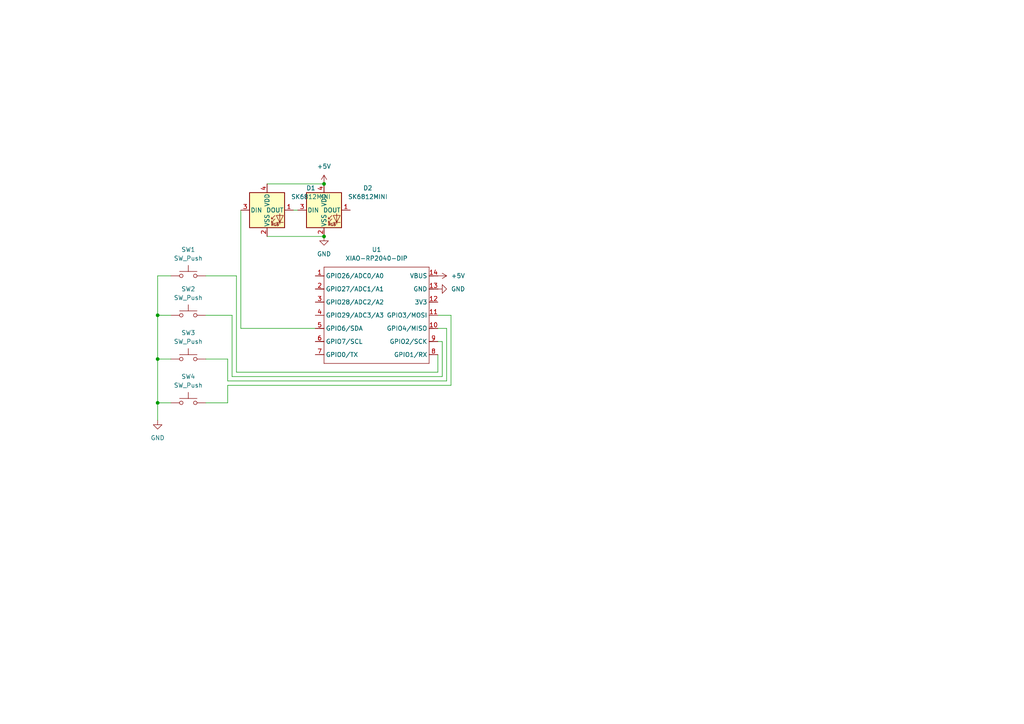
<source format=kicad_sch>
(kicad_sch (version 20250114) (generator "eeschema") (generator_version "9.0")
  (paper "A4")
  (lib_symbols
    (symbol "LED:SK6812MINI" (pin_names (offset 0.254))
      (property "Reference" "D" (at 5.08 5.715 0))
      (property "Value" "SK6812MINI" (at 1.27 -5.715 0))
      (symbol "SK6812MINI_0_0"
        (text "RGB" (at 2.286 -4.191 0) (effects (font (size 0.762 0.762))))
      )
      (symbol "SK6812MINI_0_1"
        (polyline (pts (xy 1.27 -2.54) (xy 1.778 -2.54)))
        (polyline (pts (xy 1.27 -3.556) (xy 1.778 -3.556)))
        (polyline (pts (xy 2.286 -1.524) (xy 1.27 -2.54) (xy 1.27 -2.032)))
        (polyline (pts (xy 2.286 -2.54) (xy 1.27 -3.556) (xy 1.27 -3.048)))
        (polyline (pts (xy 3.683 -1.016) (xy 3.683 -3.556) (xy 3.683 -4.064)))
        (polyline (pts (xy 4.699 -1.524) (xy 2.667 -1.524) (xy 3.683 -3.556) (xy 4.699 -1.524)))
        (polyline (pts (xy 4.699 -3.556) (xy 2.667 -3.556)))
        (rectangle (start 5.08 5.08) (end -5.08 -5.08) (stroke (width 0.254)) (fill (type background)))
      )
      (symbol "SK6812MINI_1_1"
        (pin input line (at -7.62 0 0) (length 2.54) (name "DIN") (number "3"))
        (pin power_in line (at 0 7.62 270) (length 2.54) (name "VDD") (number "4"))
        (pin power_in line (at 0 -7.62 90) (length 2.54) (name "VSS") (number "2"))
        (pin output line (at 7.62 0 180) (length 2.54) (name "DOUT") (number "1"))
      )
    )
    (symbol "Seeed_Studio_XIAO_Series:XIAO-RP2040-DIP"
      (property "Reference" "U" (at 0 0 0))
      (property "Value" "XIAO-RP2040-DIP" (at 5.334 -1.778 0))
      (symbol "XIAO-RP2040-DIP_1_0"
        (polyline (pts (xy -1.27 -2.54) (xy 29.21 -2.54)) (stroke (width 0.1524)))
        (polyline (pts (xy -1.27 -5.08) (xy -2.54 -5.08)) (stroke (width 0.1524)))
        (polyline (pts (xy -1.27 -5.08) (xy -1.27 -2.54)) (stroke (width 0.1524)))
        (polyline (pts (xy -1.27 -8.89) (xy -2.54 -8.89)) (stroke (width 0.1524)))
        (polyline (pts (xy -1.27 -8.89) (xy -1.27 -5.08)) (stroke (width 0.1524)))
        (polyline (pts (xy -1.27 -12.7) (xy -2.54 -12.7)) (stroke (width 0.1524)))
        (polyline (pts (xy -1.27 -12.7) (xy -1.27 -8.89)) (stroke (width 0.1524)))
        (polyline (pts (xy -1.27 -16.51) (xy -2.54 -16.51)) (stroke (width 0.1524)))
        (polyline (pts (xy -1.27 -16.51) (xy -1.27 -12.7)) (stroke (width 0.1524)))
        (polyline (pts (xy -1.27 -20.32) (xy -2.54 -20.32)) (stroke (width 0.1524)))
        (polyline (pts (xy -1.27 -24.13) (xy -2.54 -24.13)) (stroke (width 0.1524)))
        (polyline (pts (xy -1.27 -27.94) (xy -2.54 -27.94)) (stroke (width 0.1524)))
        (polyline (pts (xy -1.27 -30.48) (xy -1.27 -16.51)) (stroke (width 0.1524)))
        (polyline (pts (xy 29.21 -2.54) (xy 29.21 -5.08)) (stroke (width 0.1524)))
        (polyline (pts (xy 29.21 -5.08) (xy 29.21 -8.89)) (stroke (width 0.1524)))
        (polyline (pts (xy 29.21 -8.89) (xy 29.21 -12.7)) (stroke (width 0.1524)))
        (polyline (pts (xy 29.21 -12.7) (xy 29.21 -30.48)) (stroke (width 0.1524)))
        (polyline (pts (xy 29.21 -30.48) (xy -1.27 -30.48)) (stroke (width 0.1524)))
        (polyline (pts (xy 30.48 -5.08) (xy 29.21 -5.08)) (stroke (width 0.1524)))
        (polyline (pts (xy 30.48 -8.89) (xy 29.21 -8.89)) (stroke (width 0.1524)))
        (polyline (pts (xy 30.48 -12.7) (xy 29.21 -12.7)) (stroke (width 0.1524)))
        (polyline (pts (xy 30.48 -16.51) (xy 29.21 -16.51)) (stroke (width 0.1524)))
        (polyline (pts (xy 30.48 -20.32) (xy 29.21 -20.32)) (stroke (width 0.1524)))
        (polyline (pts (xy 30.48 -24.13) (xy 29.21 -24.13)) (stroke (width 0.1524)))
        (polyline (pts (xy 30.48 -27.94) (xy 29.21 -27.94)) (stroke (width 0.1524)))
        (pin passive line (at -3.81 -5.08 0) (length 2.54) (name "GPIO26/ADC0/A0") (number "1"))
        (pin passive line (at -3.81 -8.89 0) (length 2.54) (name "GPIO27/ADC1/A1") (number "2"))
        (pin passive line (at -3.81 -12.7 0) (length 2.54) (name "GPIO28/ADC2/A2") (number "3"))
        (pin passive line (at -3.81 -16.51 0) (length 2.54) (name "GPIO29/ADC3/A3") (number "4"))
        (pin passive line (at -3.81 -20.32 0) (length 2.54) (name "GPIO6/SDA") (number "5"))
        (pin passive line (at -3.81 -24.13 0) (length 2.54) (name "GPIO7/SCL") (number "6"))
        (pin passive line (at -3.81 -27.94 0) (length 2.54) (name "GPIO0/TX") (number "7"))
        (pin passive line (at 31.75 -5.08 180) (length 2.54) (name "VBUS") (number "14"))
        (pin passive line (at 31.75 -8.89 180) (length 2.54) (name "GND") (number "13"))
        (pin passive line (at 31.75 -12.7 180) (length 2.54) (name "3V3") (number "12"))
        (pin passive line (at 31.75 -16.51 180) (length 2.54) (name "GPIO3/MOSI") (number "11"))
        (pin passive line (at 31.75 -20.32 180) (length 2.54) (name "GPIO4/MISO") (number "10"))
        (pin passive line (at 31.75 -24.13 180) (length 2.54) (name "GPIO2/SCK") (number "9"))
        (pin passive line (at 31.75 -27.94 180) (length 2.54) (name "GPIO1/RX") (number "8"))
      )
    )
    (symbol "Switch:SW_Push" (pin_numbers (hide yes)) (pin_names (offset 1.016) (hide yes))
      (property "Reference" "SW" (at 1.27 2.54 0))
      (property "Value" "SW_Push" (at 0 -1.524 0))
      (symbol "SW_Push_0_1"
        (circle (center -2.032 0) (radius 0.508))
        (polyline (pts (xy 0 1.27) (xy 0 3.048)))
        (circle (center 2.032 0) (radius 0.508))
        (polyline (pts (xy 2.54 1.27) (xy -2.54 1.27)))
        (pin passive line (at -5.08 0 0) (length 2.54) (name "1") (number "1"))
        (pin passive line (at 5.08 0 180) (length 2.54) (name "2") (number "2"))
      )
    )
    (symbol "power:+5V" (power) (pin_numbers (hide yes)) (pin_names (offset 0) (hide yes))
      (property "Value" "+5V" (at 0 3.556 0))
      (symbol "+5V_0_1"
        (polyline (pts (xy -0.762 1.27) (xy 0 2.54)))
        (polyline (pts (xy 0 2.54) (xy 0.762 1.27)))
        (polyline (pts (xy 0 0) (xy 0 2.54)))
      )
      (symbol "+5V_1_1"
        (pin power_in line (at 0 0 90) (length 0) (name "~") (number "1"))
      )
    )
    (symbol "power:GND" (power) (pin_numbers (hide yes)) (pin_names (offset 0) (hide yes))
      (property "Value" "GND" (at 0 -3.81 0))
      (symbol "GND_0_1"
        (polyline (pts (xy 0 0) (xy 0 -1.27) (xy 1.27 -1.27) (xy 0 -2.54) (xy -1.27 -1.27) (xy 0 -1.27)))
      )
      (symbol "GND_1_1"
        (pin power_in line (at 0 0 270) (length 0) (name "~") (number "1"))
      )
    )
  )
  (junction (at 93.98 68.58))
  (junction (at 93.98 53.34))
  (junction (at 45.72 104.14))
  (junction (at 45.72 91.44))
  (junction (at 45.72 116.84))
  (wire (pts (xy 127 107.95) (xy 127 102.87)))
  (wire (pts (xy 130.81 91.44) (xy 127 91.44)))
  (wire (pts (xy 45.72 116.84) (xy 49.53 116.84)))
  (wire (pts (xy 129.54 95.25) (xy 127 95.25)))
  (wire (pts (xy 45.72 91.44) (xy 45.72 104.14)))
  (wire (pts (xy 77.47 68.58) (xy 93.98 68.58)))
  (wire (pts (xy 130.81 111.76) (xy 130.81 91.44)))
  (wire (pts (xy 45.72 116.84) (xy 45.72 121.92)))
  (wire (pts (xy 45.72 80.01) (xy 45.72 91.44)))
  (wire (pts (xy 45.72 104.14) (xy 49.53 104.14)))
  (wire (pts (xy 67.31 91.44) (xy 67.31 109.22)))
  (wire (pts (xy 69.85 60.96) (xy 69.85 95.25)))
  (wire (pts (xy 68.58 107.95) (xy 127 107.95)))
  (wire (pts (xy 66.04 116.84) (xy 66.04 111.76)))
  (wire (pts (xy 45.72 91.44) (xy 49.53 91.44)))
  (wire (pts (xy 59.69 104.14) (xy 66.04 104.14)))
  (wire (pts (xy 66.04 104.14) (xy 66.04 110.49)))
  (wire (pts (xy 128.27 109.22) (xy 128.27 99.06)))
  (wire (pts (xy 66.04 111.76) (xy 130.81 111.76)))
  (wire (pts (xy 128.27 99.06) (xy 127 99.06)))
  (wire (pts (xy 59.69 116.84) (xy 66.04 116.84)))
  (wire (pts (xy 77.47 53.34) (xy 93.98 53.34)))
  (wire (pts (xy 69.85 95.25) (xy 91.44 95.25)))
  (wire (pts (xy 45.72 104.14) (xy 45.72 116.84)))
  (wire (pts (xy 49.53 80.01) (xy 45.72 80.01)))
  (wire (pts (xy 68.58 80.01) (xy 68.58 107.95)))
  (wire (pts (xy 67.31 109.22) (xy 128.27 109.22)))
  (wire (pts (xy 59.69 80.01) (xy 68.58 80.01)))
  (wire (pts (xy 59.69 91.44) (xy 67.31 91.44)))
  (wire (pts (xy 85.09 60.96) (xy 86.36 60.96)))
  (wire (pts (xy 129.54 110.49) (xy 129.54 95.25)))
  (wire (pts (xy 66.04 110.49) (xy 129.54 110.49)))
  (symbol (lib_id "Switch:SW_Push") (at 54.61 80.01 0) (unit 1)
    (property "Reference" "SW1" (at 54.61 72.39 0))
    (property "Value" "SW_Push" (at 54.61 74.93 0))
    (property "Footprint" "Button_Switch_Keyboard:SW_Cherry_MX_1.00u_PCB" (effects (hide yes)))
    (property "Description" "Push button switch, generic, two pins" (effects (hide yes)))
  )
  (symbol (lib_id "power:GND") (at 93.98 68.58 0) (unit 1)
    (property "Reference" "#PWR04" (effects (hide yes)))
    (property "Value" "GND" (at 93.98 73.66 0))
    (property "Description" "Power symbol creates a global label with name \"GND\" , ground" (effects (hide yes)))
  )
  (symbol (lib_id "power:GND") (at 127 83.82 90) (unit 1)
    (property "Reference" "#PWR03" (effects (hide yes)))
    (property "Value" "GND" (at 130.81 83.8199 90) (effects (justify right)))
    (property "Description" "Power symbol creates a global label with name \"GND\" , ground" (effects (hide yes)))
  )
  (symbol (lib_id "LED:SK6812MINI") (at 93.98 60.96 0) (unit 1)
    (property "Reference" "D2" (at 106.68 54.5398 0))
    (property "Value" "SK6812MINI" (at 106.68 57.0798 0))
    (property "Footprint" "LED_SMD:LED_SK6812MINI_PLCC4_3.5x3.5mm_P1.75mm" (effects (hide yes)))
    (property "Datasheet" "https://cdn-shop.adafruit.com/product-files/2686/SK6812MINI_REV.01-1-2.pdf" (effects (hide yes)))
    (property "Description" "RGB LED with integrated controller" (effects (hide yes)))
  )
  (symbol (lib_id "Switch:SW_Push") (at 54.61 91.44 0) (unit 1)
    (property "Reference" "SW2" (at 54.61 83.82 0))
    (property "Value" "SW_Push" (at 54.61 86.36 0))
    (property "Footprint" "Button_Switch_Keyboard:SW_Cherry_MX_1.00u_PCB" (effects (hide yes)))
    (property "Description" "Push button switch, generic, two pins" (effects (hide yes)))
  )
  (symbol (lib_id "Seeed_Studio_XIAO_Series:XIAO-RP2040-DIP") (at 95.25 74.93 0) (unit 1)
    (property "Reference" "U1" (at 109.22 72.39 0))
    (property "Value" "XIAO-RP2040-DIP" (at 109.22 74.93 0))
    (property "Footprint" "XIAO_PCB:XIAO-RP2040-DIP" (effects (hide yes)))
  )
  (symbol (lib_id "power:+5V") (at 127 80.01 270) (unit 1)
    (property "Reference" "#PWR02" (effects (hide yes)))
    (property "Value" "+5V" (at 130.81 80.0099 90) (effects (justify left)))
    (property "Description" "Power symbol creates a global label with name \"+5V\"" (effects (hide yes)))
  )
  (symbol (lib_id "power:GND") (at 45.72 121.92 0) (unit 1)
    (property "Reference" "#PWR05" (effects (hide yes)))
    (property "Value" "GND" (at 45.72 127 0))
    (property "Description" "Power symbol creates a global label with name \"GND\" , ground" (effects (hide yes)))
  )
  (symbol (lib_id "power:+5V") (at 93.98 53.34 0) (unit 1)
    (property "Reference" "#PWR01" (effects (hide yes)))
    (property "Value" "+5V" (at 93.98 48.26 0))
    (property "Description" "Power symbol creates a global label with name \"+5V\"" (effects (hide yes)))
  )
  (symbol (lib_id "Switch:SW_Push") (at 54.61 104.14 0) (unit 1)
    (property "Reference" "SW3" (at 54.61 96.52 0))
    (property "Value" "SW_Push" (at 54.61 99.06 0))
    (property "Footprint" "Button_Switch_Keyboard:SW_Cherry_MX_1.00u_PCB" (effects (hide yes)))
    (property "Description" "Push button switch, generic, two pins" (effects (hide yes)))
  )
  (symbol (lib_id "Switch:SW_Push") (at 54.61 116.84 0) (unit 1)
    (property "Reference" "SW4" (at 54.61 109.22 0))
    (property "Value" "SW_Push" (at 54.61 111.76 0))
    (property "Footprint" "Button_Switch_Keyboard:SW_Cherry_MX_1.00u_PCB" (effects (hide yes)))
    (property "Description" "Push button switch, generic, two pins" (effects (hide yes)))
  )
  (symbol (lib_id "LED:SK6812MINI") (at 77.47 60.96 0) (unit 1)
    (property "Reference" "D1" (at 90.17 54.5398 0))
    (property "Value" "SK6812MINI" (at 90.17 57.0798 0))
    (property "Footprint" "LED_SMD:LED_SK6812MINI_PLCC4_3.5x3.5mm_P1.75mm" (effects (hide yes)))
    (property "Datasheet" "https://cdn-shop.adafruit.com/product-files/2686/SK6812MINI_REV.01-1-2.pdf" (effects (hide yes)))
    (property "Description" "RGB LED with integrated controller" (effects (hide yes)))
  )
)
</source>
